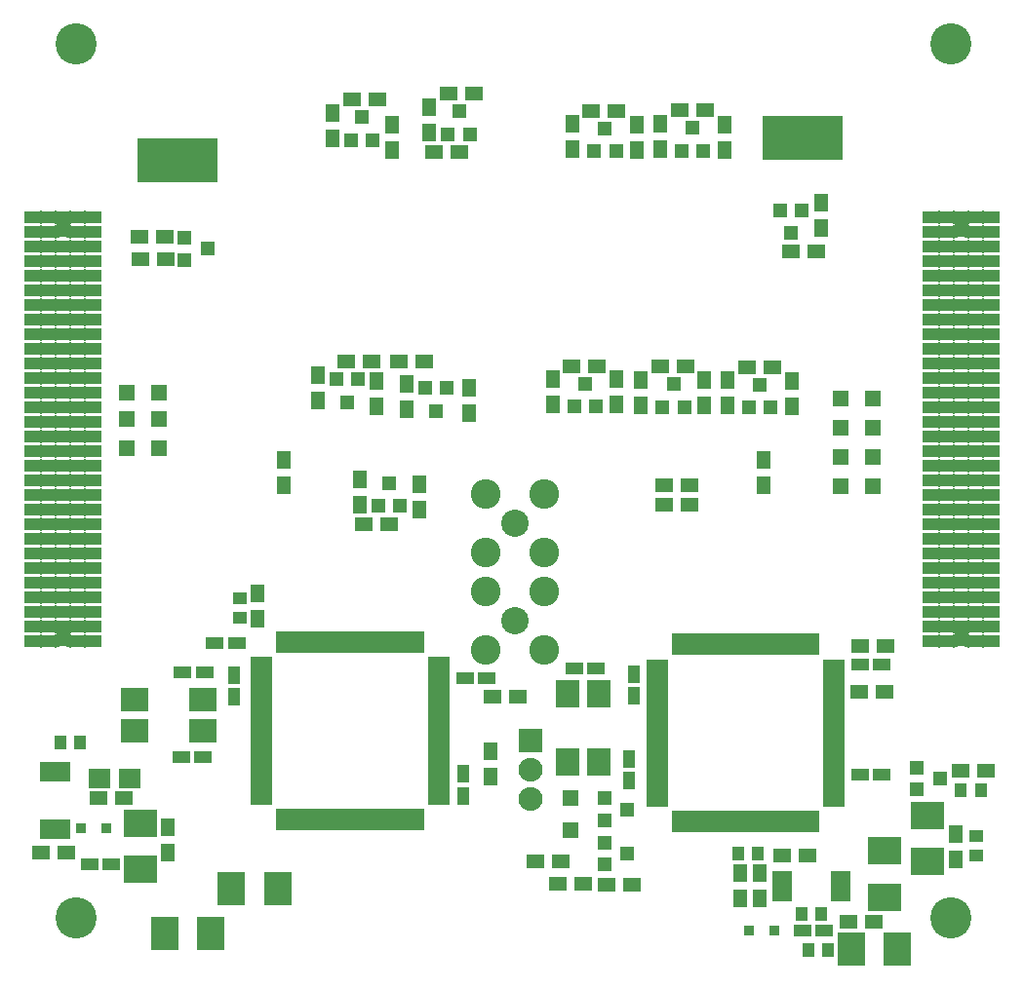
<source format=gbr>
G04 #@! TF.FileFunction,Soldermask,Top*
%FSLAX46Y46*%
G04 Gerber Fmt 4.6, Leading zero omitted, Abs format (unit mm)*
G04 Created by KiCad (PCBNEW 4.0.6) date 11/17/17 16:04:27*
%MOMM*%
%LPD*%
G01*
G04 APERTURE LIST*
%ADD10C,0.100000*%
%ADD11C,3.580000*%
%ADD12R,2.380000X2.880000*%
%ADD13R,2.880000X2.380000*%
%ADD14R,1.580000X1.130000*%
%ADD15R,1.130000X1.580000*%
%ADD16R,0.880000X0.880000*%
%ADD17R,1.480000X1.480000*%
%ADD18R,1.580000X1.280000*%
%ADD19R,1.180000X1.280000*%
%ADD20R,1.280000X1.580000*%
%ADD21R,0.930000X1.880000*%
%ADD22R,1.880000X0.930000*%
%ADD23R,0.740000X1.780000*%
%ADD24R,0.980000X1.180000*%
%ADD25R,1.180000X0.980000*%
%ADD26C,1.180000*%
%ADD27C,1.269000*%
%ADD28R,2.880000X1.080000*%
%ADD29R,2.880000X0.780000*%
%ADD30R,1.280000X1.180000*%
%ADD31R,1.680000X1.180000*%
%ADD32R,1.680000X2.180000*%
%ADD33R,1.780000X0.740000*%
%ADD34C,2.580000*%
%ADD35C,2.380000*%
%ADD36R,2.080000X2.080000*%
%ADD37O,2.080000X2.080000*%
%ADD38R,2.480000X2.080000*%
%ADD39R,2.080000X2.480000*%
%ADD40R,1.880000X1.680000*%
G04 APERTURE END LIST*
D10*
D11*
X55500000Y-114490000D03*
X131500000Y-114490000D03*
X131500000Y-38490000D03*
D12*
X72999100Y-111934342D03*
X68999100Y-111934342D03*
D13*
X61112400Y-110235500D03*
X61112400Y-106235500D03*
D12*
X63195700Y-115811300D03*
X67195700Y-115811300D03*
D14*
X58572400Y-109753400D03*
X56672400Y-109753400D03*
X66532800Y-100507800D03*
X64632800Y-100507800D03*
X66659800Y-93141800D03*
X64759800Y-93141800D03*
X69453800Y-90601800D03*
X67553800Y-90601800D03*
D15*
X69265800Y-93334800D03*
X69265800Y-95234800D03*
X89115900Y-103858100D03*
X89115900Y-101958100D03*
D14*
X91196200Y-93637100D03*
X89296200Y-93637100D03*
D16*
X55923000Y-106692700D03*
X58123000Y-106692700D03*
D17*
X59912600Y-73621900D03*
X62712600Y-73621900D03*
X59912600Y-71081900D03*
X62712600Y-71081900D03*
X59912600Y-68795900D03*
X62712600Y-68795900D03*
X124694600Y-71843900D03*
X121894600Y-71843900D03*
X124688600Y-74383900D03*
X121888600Y-74383900D03*
X124688600Y-76923900D03*
X121888600Y-76923900D03*
X124688600Y-69303900D03*
X121888600Y-69303900D03*
D18*
X91698900Y-95211900D03*
X93898900Y-95211900D03*
D19*
X87711320Y-68398640D03*
X85811320Y-68398640D03*
X86761320Y-70398640D03*
X87797600Y-46351700D03*
X89697600Y-46351700D03*
X88747600Y-44351700D03*
X79354640Y-46876720D03*
X81254640Y-46876720D03*
X80304640Y-44876720D03*
X81752400Y-78652880D03*
X83652400Y-78652880D03*
X82702400Y-76652880D03*
X79984600Y-67640200D03*
X78084600Y-67640200D03*
X79034600Y-69640200D03*
D18*
X57439200Y-104000300D03*
X59639200Y-104000300D03*
X97620000Y-109499400D03*
X95420000Y-109499400D03*
D20*
X63449200Y-106557900D03*
X63449200Y-108757900D03*
D18*
X52463700Y-108750100D03*
X54663700Y-108750100D03*
D20*
X71297800Y-86242800D03*
X71297800Y-88442800D03*
X91465400Y-100012500D03*
X91465400Y-102212500D03*
D18*
X80515100Y-80218280D03*
X82715100Y-80218280D03*
X81181300Y-66128900D03*
X78981300Y-66128900D03*
X83540600Y-66141600D03*
X85740600Y-66141600D03*
X86588600Y-47891700D03*
X88788600Y-47891700D03*
D20*
X82946240Y-47754720D03*
X82946240Y-45554720D03*
X80124300Y-78536980D03*
X80124300Y-76336980D03*
X81584800Y-67779900D03*
X81584800Y-69979900D03*
X89636600Y-68363920D03*
X89636600Y-70563920D03*
X86194900Y-46197700D03*
X86194900Y-43997700D03*
X77751940Y-46733820D03*
X77751940Y-44533820D03*
X85293200Y-79006880D03*
X85293200Y-76806880D03*
X76479400Y-67322700D03*
X76479400Y-69522700D03*
X84195920Y-68046240D03*
X84195920Y-70246240D03*
D18*
X90081100Y-42862500D03*
X87881100Y-42862500D03*
X81650840Y-43365420D03*
X79450840Y-43365420D03*
D21*
X85298800Y-90521800D03*
X84498800Y-90521800D03*
X83698800Y-90521800D03*
X82898800Y-90521800D03*
X82098800Y-90521800D03*
X81298800Y-90521800D03*
X80498800Y-90521800D03*
X79698800Y-90521800D03*
X78898800Y-90521800D03*
X78098800Y-90521800D03*
X77298800Y-90521800D03*
X76498800Y-90521800D03*
X75698800Y-90521800D03*
X74898800Y-90521800D03*
X74098800Y-90521800D03*
X73298800Y-90521800D03*
D22*
X71598800Y-92221800D03*
X71598800Y-93021800D03*
X71598800Y-93821800D03*
X71598800Y-94621800D03*
X71598800Y-95421800D03*
X71598800Y-96221800D03*
X71598800Y-97021800D03*
X71598800Y-97821800D03*
X71598800Y-98621800D03*
X71598800Y-99421800D03*
X71598800Y-100221800D03*
X71598800Y-101021800D03*
X71598800Y-101821800D03*
X71598800Y-102621800D03*
X71598800Y-103421800D03*
X71598800Y-104221800D03*
D21*
X73298800Y-105921800D03*
X74098800Y-105921800D03*
X74898800Y-105921800D03*
X75698800Y-105921800D03*
X76498800Y-105921800D03*
X77298800Y-105921800D03*
X78098800Y-105921800D03*
X78898800Y-105921800D03*
X79698800Y-105921800D03*
X80498800Y-105921800D03*
X81298800Y-105921800D03*
X82098800Y-105921800D03*
X82898800Y-105921800D03*
X83698800Y-105921800D03*
X84498800Y-105921800D03*
X85298800Y-105921800D03*
D22*
X86998800Y-104221800D03*
X86998800Y-103421800D03*
X86998800Y-102621800D03*
X86998800Y-101821800D03*
X86998800Y-101021800D03*
X86998800Y-100221800D03*
X86998800Y-99421800D03*
X86998800Y-98621800D03*
X86998800Y-97821800D03*
X86998800Y-97021800D03*
X86998800Y-96221800D03*
X86998800Y-95421800D03*
X86998800Y-94621800D03*
X86998800Y-93821800D03*
X86998800Y-93021800D03*
X86998800Y-92221800D03*
D20*
X73533000Y-74635000D03*
X73533000Y-76835000D03*
D23*
X54695400Y-101739700D03*
X54045400Y-101739700D03*
X53395400Y-101739700D03*
X52745400Y-101739700D03*
X52745400Y-106769700D03*
X53395400Y-106769700D03*
X54045400Y-106769700D03*
X54695400Y-106769700D03*
D24*
X54128300Y-99174300D03*
X55828300Y-99174300D03*
D25*
X69773800Y-86703800D03*
X69773800Y-88403800D03*
D26*
X134278000Y-53555900D03*
X133008000Y-53555900D03*
X131738000Y-53555900D03*
X130468000Y-53555900D03*
X134278000Y-54825900D03*
X131738000Y-54825900D03*
X133008000Y-54825900D03*
X130468000Y-54825900D03*
X134278000Y-56095900D03*
X133008000Y-56095900D03*
X131738000Y-56095900D03*
X130468000Y-56095900D03*
X134278000Y-57365900D03*
X133008000Y-57365900D03*
X131738000Y-57365900D03*
X130468000Y-57365900D03*
X134278000Y-58635900D03*
X133008000Y-58635900D03*
X131738000Y-58635900D03*
X130468000Y-58635900D03*
X134278000Y-59905900D03*
X133008000Y-59905900D03*
X131738000Y-59905900D03*
X130468000Y-59905900D03*
X134278000Y-61175900D03*
X133008000Y-61175900D03*
X131738000Y-61175900D03*
X130468000Y-61175900D03*
X134278000Y-62445900D03*
X133008000Y-62445900D03*
X131738000Y-62445900D03*
X130468000Y-62445900D03*
X134278000Y-63715900D03*
X133008000Y-63715900D03*
X131738000Y-63715900D03*
X130468000Y-63715900D03*
X134278000Y-64985900D03*
X133008000Y-64985900D03*
X131738000Y-64985900D03*
X130468000Y-64985900D03*
X134278000Y-66255900D03*
X133008000Y-66255900D03*
X131738000Y-66255900D03*
X130468000Y-66255900D03*
X134278000Y-67525900D03*
X133008000Y-67525900D03*
X131738000Y-67525900D03*
X130468000Y-67525900D03*
X134278000Y-68795900D03*
X133008000Y-68795900D03*
X131738000Y-68795900D03*
X130468000Y-68795900D03*
X134278000Y-70065900D03*
X133008000Y-70065900D03*
X131738000Y-70065900D03*
X130468000Y-70065900D03*
X134278000Y-71335900D03*
X133008000Y-71335900D03*
X131738000Y-71335900D03*
X130468000Y-71335900D03*
X134278000Y-72605900D03*
X133008000Y-72605900D03*
X131738000Y-72605900D03*
X130468000Y-72605900D03*
X134278000Y-73875900D03*
X133008000Y-73875900D03*
X131738000Y-73875900D03*
X130468000Y-73875900D03*
X134278000Y-75145900D03*
X133008000Y-75145900D03*
X131738000Y-75145900D03*
X130468000Y-75145900D03*
X134278000Y-76415900D03*
X133008000Y-76415900D03*
X131738000Y-76415900D03*
X130468000Y-76415900D03*
X134278000Y-77685900D03*
X133008000Y-77685900D03*
X131738000Y-77685900D03*
X130468000Y-77685900D03*
X134278000Y-78955900D03*
X133008000Y-78955900D03*
X131738000Y-78955900D03*
X130468000Y-78955900D03*
X134278000Y-80225900D03*
X133008000Y-80225900D03*
X131738000Y-80225900D03*
X130468000Y-80225900D03*
X134278000Y-81495900D03*
X133008000Y-81495900D03*
X131738000Y-81495900D03*
X130468000Y-81495900D03*
X134278000Y-82765900D03*
X133008000Y-82765900D03*
X130468000Y-82765900D03*
X131738000Y-82765900D03*
X134278000Y-84035900D03*
X133008000Y-84035900D03*
X131738000Y-84035900D03*
X130468000Y-84035900D03*
X134278000Y-85305900D03*
X133008000Y-85305900D03*
X131738000Y-85305900D03*
X130468000Y-85305900D03*
X134278000Y-86575900D03*
X133008000Y-86575900D03*
X131738000Y-86575900D03*
X130468000Y-86575900D03*
X134278000Y-87845900D03*
X133008000Y-87845900D03*
X131738000Y-87845900D03*
X130468000Y-87845900D03*
X134278000Y-89115900D03*
X133008000Y-89115900D03*
X131738000Y-89115900D03*
X130468000Y-89115900D03*
X134278000Y-90385900D03*
X133008000Y-90385900D03*
X131738000Y-90385900D03*
X130468000Y-90385900D03*
D27*
X132373000Y-54190900D03*
X132373000Y-54190900D03*
X132373000Y-54190900D03*
X132373000Y-54190900D03*
X132373000Y-89750900D03*
D28*
X134278000Y-53555900D03*
X134278000Y-54825900D03*
X134278000Y-56095900D03*
X134278000Y-57365900D03*
X134278000Y-58635900D03*
X134278000Y-59905900D03*
X134278000Y-61175900D03*
X134278000Y-62445900D03*
X134278000Y-63715900D03*
X134278000Y-64985900D03*
X134278000Y-66255900D03*
X134278000Y-67525900D03*
X134278000Y-68795900D03*
X134278000Y-70065900D03*
X134278000Y-71335900D03*
X134278000Y-72605900D03*
X134278000Y-73875900D03*
X134278000Y-75145900D03*
X134278000Y-76415900D03*
X134278000Y-77685900D03*
X134278000Y-78955900D03*
X134278000Y-80225900D03*
X134278000Y-81495900D03*
X134278000Y-82765900D03*
X134278000Y-84035900D03*
X134278000Y-85305900D03*
X134278000Y-86575900D03*
X134278000Y-87845900D03*
X134278000Y-89115900D03*
X134278000Y-90385900D03*
X130468000Y-53555900D03*
X130468000Y-54825900D03*
X130468000Y-56095900D03*
X130468000Y-57365900D03*
X130468000Y-58635900D03*
X130468000Y-59905900D03*
X130468000Y-61175900D03*
X130468000Y-62445900D03*
X130468000Y-63715900D03*
X130468000Y-64985900D03*
X130468000Y-66255900D03*
X130468000Y-67525900D03*
X130468000Y-68795900D03*
X130468000Y-70065900D03*
X130468000Y-71335900D03*
X130468000Y-72605900D03*
X130468000Y-73875900D03*
X130468000Y-75145900D03*
X130468000Y-76415900D03*
X130468000Y-77685900D03*
X130468000Y-78955900D03*
X130468000Y-80225900D03*
X130468000Y-81495900D03*
X130468000Y-82765900D03*
X130468000Y-84035900D03*
X130468000Y-85305900D03*
X130468000Y-86575900D03*
X130468000Y-87845900D03*
X130468000Y-89115900D03*
X130468000Y-90385900D03*
X132373000Y-56095900D03*
X132373000Y-57365900D03*
X132373000Y-58635900D03*
X132373000Y-59905900D03*
X132373000Y-61175900D03*
X132373000Y-62445900D03*
X132373000Y-63715900D03*
X132373000Y-64985900D03*
X132373000Y-66255900D03*
X132373000Y-67525900D03*
X132373000Y-68795900D03*
X132373000Y-70065900D03*
X132373000Y-71335900D03*
X132373000Y-72605900D03*
X132373000Y-73875900D03*
X132373000Y-75145900D03*
X132373000Y-76415900D03*
X132373000Y-77685900D03*
X132373000Y-78955900D03*
X132373000Y-80225900D03*
X132373000Y-81495900D03*
X132373000Y-82765900D03*
X132373000Y-84035900D03*
X132373000Y-85305900D03*
X132373000Y-86575900D03*
X132373000Y-87845900D03*
D29*
X132373000Y-53428900D03*
X132246000Y-90512900D03*
X132246000Y-88988900D03*
X132246000Y-54952900D03*
D26*
X56278000Y-53555900D03*
X55008000Y-53555900D03*
X53738000Y-53555900D03*
X52468000Y-53555900D03*
X56278000Y-54825900D03*
X53738000Y-54825900D03*
X55008000Y-54825900D03*
X52468000Y-54825900D03*
X56278000Y-56095900D03*
X55008000Y-56095900D03*
X53738000Y-56095900D03*
X52468000Y-56095900D03*
X56278000Y-57365900D03*
X55008000Y-57365900D03*
X53738000Y-57365900D03*
X52468000Y-57365900D03*
X56278000Y-58635900D03*
X55008000Y-58635900D03*
X53738000Y-58635900D03*
X52468000Y-58635900D03*
X56278000Y-59905900D03*
X55008000Y-59905900D03*
X53738000Y-59905900D03*
X52468000Y-59905900D03*
X56278000Y-61175900D03*
X55008000Y-61175900D03*
X53738000Y-61175900D03*
X52468000Y-61175900D03*
X56278000Y-62445900D03*
X55008000Y-62445900D03*
X53738000Y-62445900D03*
X52468000Y-62445900D03*
X56278000Y-63715900D03*
X55008000Y-63715900D03*
X53738000Y-63715900D03*
X52468000Y-63715900D03*
X56278000Y-64985900D03*
X55008000Y-64985900D03*
X53738000Y-64985900D03*
X52468000Y-64985900D03*
X56278000Y-66255900D03*
X55008000Y-66255900D03*
X53738000Y-66255900D03*
X52468000Y-66255900D03*
X56278000Y-67525900D03*
X55008000Y-67525900D03*
X53738000Y-67525900D03*
X52468000Y-67525900D03*
X56278000Y-68795900D03*
X55008000Y-68795900D03*
X53738000Y-68795900D03*
X52468000Y-68795900D03*
X56278000Y-70065900D03*
X55008000Y-70065900D03*
X53738000Y-70065900D03*
X52468000Y-70065900D03*
X56278000Y-71335900D03*
X55008000Y-71335900D03*
X53738000Y-71335900D03*
X52468000Y-71335900D03*
X56278000Y-72605900D03*
X55008000Y-72605900D03*
X53738000Y-72605900D03*
X52468000Y-72605900D03*
X56278000Y-73875900D03*
X55008000Y-73875900D03*
X53738000Y-73875900D03*
X52468000Y-73875900D03*
X56278000Y-75145900D03*
X55008000Y-75145900D03*
X53738000Y-75145900D03*
X52468000Y-75145900D03*
X56278000Y-76415900D03*
X55008000Y-76415900D03*
X53738000Y-76415900D03*
X52468000Y-76415900D03*
X56278000Y-77685900D03*
X55008000Y-77685900D03*
X53738000Y-77685900D03*
X52468000Y-77685900D03*
X56278000Y-78955900D03*
X55008000Y-78955900D03*
X53738000Y-78955900D03*
X52468000Y-78955900D03*
X56278000Y-80225900D03*
X55008000Y-80225900D03*
X53738000Y-80225900D03*
X52468000Y-80225900D03*
X56278000Y-81495900D03*
X55008000Y-81495900D03*
X53738000Y-81495900D03*
X52468000Y-81495900D03*
X56278000Y-82765900D03*
X55008000Y-82765900D03*
X52468000Y-82765900D03*
X53738000Y-82765900D03*
X56278000Y-84035900D03*
X55008000Y-84035900D03*
X53738000Y-84035900D03*
X52468000Y-84035900D03*
X56278000Y-85305900D03*
X55008000Y-85305900D03*
X53738000Y-85305900D03*
X52468000Y-85305900D03*
X56278000Y-86575900D03*
X55008000Y-86575900D03*
X53738000Y-86575900D03*
X52468000Y-86575900D03*
X56278000Y-87845900D03*
X55008000Y-87845900D03*
X53738000Y-87845900D03*
X52468000Y-87845900D03*
X56278000Y-89115900D03*
X55008000Y-89115900D03*
X53738000Y-89115900D03*
X52468000Y-89115900D03*
X56278000Y-90385900D03*
X55008000Y-90385900D03*
X53738000Y-90385900D03*
X52468000Y-90385900D03*
D27*
X54373000Y-54190900D03*
X54373000Y-54190900D03*
X54373000Y-54190900D03*
X54373000Y-54190900D03*
X54373000Y-89750900D03*
D28*
X56278000Y-53555900D03*
X56278000Y-54825900D03*
X56278000Y-56095900D03*
X56278000Y-57365900D03*
X56278000Y-58635900D03*
X56278000Y-59905900D03*
X56278000Y-61175900D03*
X56278000Y-62445900D03*
X56278000Y-63715900D03*
X56278000Y-64985900D03*
X56278000Y-66255900D03*
X56278000Y-67525900D03*
X56278000Y-68795900D03*
X56278000Y-70065900D03*
X56278000Y-71335900D03*
X56278000Y-72605900D03*
X56278000Y-73875900D03*
X56278000Y-75145900D03*
X56278000Y-76415900D03*
X56278000Y-77685900D03*
X56278000Y-78955900D03*
X56278000Y-80225900D03*
X56278000Y-81495900D03*
X56278000Y-82765900D03*
X56278000Y-84035900D03*
X56278000Y-85305900D03*
X56278000Y-86575900D03*
X56278000Y-87845900D03*
X56278000Y-89115900D03*
X56278000Y-90385900D03*
X52468000Y-53555900D03*
X52468000Y-54825900D03*
X52468000Y-56095900D03*
X52468000Y-57365900D03*
X52468000Y-58635900D03*
X52468000Y-59905900D03*
X52468000Y-61175900D03*
X52468000Y-62445900D03*
X52468000Y-63715900D03*
X52468000Y-64985900D03*
X52468000Y-66255900D03*
X52468000Y-67525900D03*
X52468000Y-68795900D03*
X52468000Y-70065900D03*
X52468000Y-71335900D03*
X52468000Y-72605900D03*
X52468000Y-73875900D03*
X52468000Y-75145900D03*
X52468000Y-76415900D03*
X52468000Y-77685900D03*
X52468000Y-78955900D03*
X52468000Y-80225900D03*
X52468000Y-81495900D03*
X52468000Y-82765900D03*
X52468000Y-84035900D03*
X52468000Y-85305900D03*
X52468000Y-86575900D03*
X52468000Y-87845900D03*
X52468000Y-89115900D03*
X52468000Y-90385900D03*
X54373000Y-56095900D03*
X54373000Y-57365900D03*
X54373000Y-58635900D03*
X54373000Y-59905900D03*
X54373000Y-61175900D03*
X54373000Y-62445900D03*
X54373000Y-63715900D03*
X54373000Y-64985900D03*
X54373000Y-66255900D03*
X54373000Y-67525900D03*
X54373000Y-68795900D03*
X54373000Y-70065900D03*
X54373000Y-71335900D03*
X54373000Y-72605900D03*
X54373000Y-73875900D03*
X54373000Y-75145900D03*
X54373000Y-76415900D03*
X54373000Y-77685900D03*
X54373000Y-78955900D03*
X54373000Y-80225900D03*
X54373000Y-81495900D03*
X54373000Y-82765900D03*
X54373000Y-84035900D03*
X54373000Y-85305900D03*
X54373000Y-86575900D03*
X54373000Y-87845900D03*
D29*
X54373000Y-53428900D03*
X54246000Y-90512900D03*
X54246000Y-88988900D03*
X54246000Y-54952900D03*
D11*
X55500000Y-38490000D03*
D30*
X64952880Y-55364380D03*
X64952880Y-57264380D03*
X66952880Y-56314380D03*
D18*
X63253980Y-55262780D03*
X61053980Y-55262780D03*
X61063780Y-57256680D03*
X63263780Y-57256680D03*
D31*
X61716920Y-49952100D03*
D32*
X66916920Y-48652100D03*
X65616920Y-48652100D03*
X61716920Y-48652100D03*
X63016920Y-48652100D03*
X64316920Y-48652100D03*
D31*
X61716920Y-47352100D03*
X63016920Y-47352100D03*
X64316920Y-47352100D03*
X65616920Y-47352100D03*
X66916920Y-47352100D03*
X66916920Y-49952100D03*
X65616920Y-49952100D03*
X64316920Y-49952100D03*
X63016920Y-49952100D03*
D13*
X129463800Y-109562400D03*
X129463800Y-105562400D03*
X125742700Y-108636300D03*
X125742700Y-112636300D03*
D12*
X122790200Y-117144800D03*
X126790200Y-117144800D03*
D14*
X120492600Y-115570000D03*
X118592600Y-115570000D03*
D15*
X103504500Y-100636500D03*
X103504500Y-102536500D03*
D14*
X100664500Y-92816500D03*
X98764500Y-92816500D03*
X125460800Y-102006400D03*
X123560800Y-102006400D03*
D15*
X103949500Y-93261100D03*
X103949500Y-95161100D03*
D14*
X125473500Y-92405200D03*
X123573500Y-92405200D03*
D24*
X132347600Y-103327200D03*
X134047600Y-103327200D03*
X114666500Y-108839000D03*
X112966500Y-108839000D03*
D25*
X133654800Y-107315000D03*
X133654800Y-109015000D03*
D24*
X120165600Y-114122200D03*
X118465600Y-114122200D03*
X119101500Y-117284500D03*
X120801500Y-117284500D03*
D16*
X116098500Y-115544600D03*
X113898500Y-115544600D03*
D18*
X123555400Y-90855800D03*
X125755400Y-90855800D03*
D30*
X128536700Y-101414500D03*
X128536700Y-103314500D03*
X130536700Y-102364500D03*
D19*
X113936780Y-70104000D03*
X115836780Y-70104000D03*
X114886780Y-68104000D03*
X108087120Y-47816520D03*
X109987120Y-47816520D03*
X109037120Y-45816520D03*
X100479820Y-47857160D03*
X102379820Y-47857160D03*
X101429820Y-45857160D03*
X98770400Y-70019420D03*
X100670400Y-70019420D03*
X99720400Y-68019420D03*
X106431040Y-70051680D03*
X108331040Y-70051680D03*
X107381040Y-68051680D03*
X118531680Y-52949600D03*
X116631680Y-52949600D03*
X117581680Y-54949600D03*
D18*
X132326200Y-101676200D03*
X134526200Y-101676200D03*
D20*
X113169700Y-110578900D03*
X113169700Y-112778900D03*
X131889500Y-107134300D03*
X131889500Y-109334300D03*
D18*
X124734500Y-114782600D03*
X122534500Y-114782600D03*
X116837100Y-109004100D03*
X119037100Y-109004100D03*
D20*
X114833400Y-112766200D03*
X114833400Y-110566200D03*
D18*
X123512400Y-94792800D03*
X125712400Y-94792800D03*
D20*
X102387400Y-67670320D03*
X102387400Y-69870320D03*
X110073440Y-67705880D03*
X110073440Y-69905880D03*
X117690900Y-67784800D03*
X117690900Y-69984800D03*
X111831120Y-45496120D03*
X111831120Y-47696120D03*
X104173020Y-45498660D03*
X104173020Y-47698660D03*
D18*
X108740032Y-76901938D03*
X106540032Y-76901938D03*
D20*
X96913700Y-69835120D03*
X96913700Y-67635120D03*
X104523540Y-69908780D03*
X104523540Y-67708780D03*
X112044480Y-69954500D03*
X112044480Y-67754500D03*
X106268520Y-47648220D03*
X106268520Y-45448220D03*
X98585020Y-47676160D03*
X98585020Y-45476160D03*
D18*
X106578132Y-78514838D03*
X108778132Y-78514838D03*
X98552000Y-66530220D03*
X100752000Y-66530220D03*
X108392140Y-66514980D03*
X106192140Y-66514980D03*
X115930680Y-66586100D03*
X113730680Y-66586100D03*
X110157620Y-44267120D03*
X107957620Y-44267120D03*
X102448720Y-44320460D03*
X100248720Y-44320460D03*
D20*
X115176300Y-74625200D03*
X115176300Y-76825200D03*
X120223280Y-52341600D03*
X120223280Y-54541600D03*
D18*
X119781680Y-56502300D03*
X117581680Y-56502300D03*
D33*
X121856500Y-112636300D03*
X121856500Y-111986300D03*
X121856500Y-111336300D03*
X121856500Y-110686300D03*
X116826500Y-110686300D03*
X116826500Y-111336300D03*
X116826500Y-111986300D03*
X116826500Y-112636300D03*
D21*
X119639600Y-90699600D03*
X118839600Y-90699600D03*
X118039600Y-90699600D03*
X117239600Y-90699600D03*
X116439600Y-90699600D03*
X115639600Y-90699600D03*
X114839600Y-90699600D03*
X114039600Y-90699600D03*
X113239600Y-90699600D03*
X112439600Y-90699600D03*
X111639600Y-90699600D03*
X110839600Y-90699600D03*
X110039600Y-90699600D03*
X109239600Y-90699600D03*
X108439600Y-90699600D03*
X107639600Y-90699600D03*
D22*
X105939600Y-92399600D03*
X105939600Y-93199600D03*
X105939600Y-93999600D03*
X105939600Y-94799600D03*
X105939600Y-95599600D03*
X105939600Y-96399600D03*
X105939600Y-97199600D03*
X105939600Y-97999600D03*
X105939600Y-98799600D03*
X105939600Y-99599600D03*
X105939600Y-100399600D03*
X105939600Y-101199600D03*
X105939600Y-101999600D03*
X105939600Y-102799600D03*
X105939600Y-103599600D03*
X105939600Y-104399600D03*
D21*
X107639600Y-106099600D03*
X108439600Y-106099600D03*
X109239600Y-106099600D03*
X110039600Y-106099600D03*
X110839600Y-106099600D03*
X111639600Y-106099600D03*
X112439600Y-106099600D03*
X113239600Y-106099600D03*
X114039600Y-106099600D03*
X114839600Y-106099600D03*
X115639600Y-106099600D03*
X116439600Y-106099600D03*
X117239600Y-106099600D03*
X118039600Y-106099600D03*
X118839600Y-106099600D03*
X119639600Y-106099600D03*
D22*
X121339600Y-104399600D03*
X121339600Y-103599600D03*
X121339600Y-102799600D03*
X121339600Y-101999600D03*
X121339600Y-101199600D03*
X121339600Y-100399600D03*
X121339600Y-99599600D03*
X121339600Y-98799600D03*
X121339600Y-97999600D03*
X121339600Y-97199600D03*
X121339600Y-96399600D03*
X121339600Y-95599600D03*
X121339600Y-94799600D03*
X121339600Y-93999600D03*
X121339600Y-93199600D03*
X121339600Y-92399600D03*
D31*
X116004820Y-47964880D03*
D32*
X121204820Y-46664880D03*
X119904820Y-46664880D03*
X116004820Y-46664880D03*
X117304820Y-46664880D03*
X118604820Y-46664880D03*
D31*
X116004820Y-45364880D03*
X117304820Y-45364880D03*
X118604820Y-45364880D03*
X119904820Y-45364880D03*
X121204820Y-45364880D03*
X121204820Y-47964880D03*
X119904820Y-47964880D03*
X118604820Y-47964880D03*
X117304820Y-47964880D03*
D30*
X101384100Y-107891500D03*
X101384100Y-109791500D03*
X103384100Y-108841500D03*
X101371400Y-104063800D03*
X101371400Y-105963800D03*
X103371400Y-105013800D03*
D18*
X99525000Y-111493300D03*
X97325000Y-111493300D03*
X101554100Y-111556800D03*
X103754100Y-111556800D03*
D17*
X98425000Y-104035400D03*
X98425000Y-106835400D03*
D34*
X91046300Y-77609700D03*
X91046300Y-82689700D03*
X96126300Y-82689700D03*
X96126300Y-77609700D03*
D35*
X93586300Y-80149700D03*
D34*
X91059000Y-86093300D03*
X91059000Y-91173300D03*
X96139000Y-91173300D03*
X96139000Y-86093300D03*
D35*
X93599000Y-88633300D03*
D36*
X94996000Y-99021900D03*
D37*
X94996000Y-101561900D03*
X94996000Y-104101900D03*
D38*
X60604500Y-98226500D03*
X66504500Y-98226500D03*
X66504500Y-95526500D03*
X60604500Y-95526500D03*
D39*
X100854500Y-100876500D03*
X100854500Y-94976500D03*
X98154500Y-94976500D03*
X98154500Y-100876500D03*
D40*
X60204500Y-102306500D03*
X57504500Y-102306500D03*
M02*

</source>
